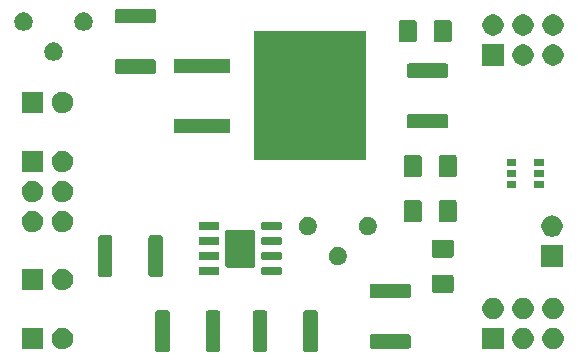
<source format=gts>
G04 #@! TF.GenerationSoftware,KiCad,Pcbnew,5.1.5+dfsg1-2build2*
G04 #@! TF.CreationDate,2021-11-26T12:56:36+03:00*
G04 #@! TF.ProjectId,VoltReg,566f6c74-5265-4672-9e6b-696361645f70,rev?*
G04 #@! TF.SameCoordinates,Original*
G04 #@! TF.FileFunction,Soldermask,Top*
G04 #@! TF.FilePolarity,Negative*
%FSLAX46Y46*%
G04 Gerber Fmt 4.6, Leading zero omitted, Abs format (unit mm)*
G04 Created by KiCad (PCBNEW 5.1.5+dfsg1-2build2) date 2021-11-26 12:56:36*
%MOMM*%
%LPD*%
G04 APERTURE LIST*
%ADD10C,0.100000*%
G04 APERTURE END LIST*
D10*
G36*
X107997307Y-77628498D02*
G01*
X108035318Y-77640029D01*
X108070342Y-77658749D01*
X108101049Y-77683951D01*
X108126251Y-77714658D01*
X108144971Y-77749682D01*
X108156502Y-77787693D01*
X108161000Y-77833363D01*
X108161000Y-80916637D01*
X108156502Y-80962307D01*
X108144971Y-81000318D01*
X108126251Y-81035342D01*
X108101049Y-81066049D01*
X108070342Y-81091251D01*
X108035318Y-81109971D01*
X107997307Y-81121502D01*
X107951637Y-81126000D01*
X107143363Y-81126000D01*
X107097693Y-81121502D01*
X107059682Y-81109971D01*
X107024658Y-81091251D01*
X106993951Y-81066049D01*
X106968749Y-81035342D01*
X106950029Y-81000318D01*
X106938498Y-80962307D01*
X106934000Y-80916637D01*
X106934000Y-77833363D01*
X106938498Y-77787693D01*
X106950029Y-77749682D01*
X106968749Y-77714658D01*
X106993951Y-77683951D01*
X107024658Y-77658749D01*
X107059682Y-77640029D01*
X107097693Y-77628498D01*
X107143363Y-77624000D01*
X107951637Y-77624000D01*
X107997307Y-77628498D01*
G37*
G36*
X99742307Y-77628498D02*
G01*
X99780318Y-77640029D01*
X99815342Y-77658749D01*
X99846049Y-77683951D01*
X99871251Y-77714658D01*
X99889971Y-77749682D01*
X99901502Y-77787693D01*
X99906000Y-77833363D01*
X99906000Y-80916637D01*
X99901502Y-80962307D01*
X99889971Y-81000318D01*
X99871251Y-81035342D01*
X99846049Y-81066049D01*
X99815342Y-81091251D01*
X99780318Y-81109971D01*
X99742307Y-81121502D01*
X99696637Y-81126000D01*
X98888363Y-81126000D01*
X98842693Y-81121502D01*
X98804682Y-81109971D01*
X98769658Y-81091251D01*
X98738951Y-81066049D01*
X98713749Y-81035342D01*
X98695029Y-81000318D01*
X98683498Y-80962307D01*
X98679000Y-80916637D01*
X98679000Y-77833363D01*
X98683498Y-77787693D01*
X98695029Y-77749682D01*
X98713749Y-77714658D01*
X98738951Y-77683951D01*
X98769658Y-77658749D01*
X98804682Y-77640029D01*
X98842693Y-77628498D01*
X98888363Y-77624000D01*
X99696637Y-77624000D01*
X99742307Y-77628498D01*
G37*
G36*
X95467307Y-77628498D02*
G01*
X95505318Y-77640029D01*
X95540342Y-77658749D01*
X95571049Y-77683951D01*
X95596251Y-77714658D01*
X95614971Y-77749682D01*
X95626502Y-77787693D01*
X95631000Y-77833363D01*
X95631000Y-80916637D01*
X95626502Y-80962307D01*
X95614971Y-81000318D01*
X95596251Y-81035342D01*
X95571049Y-81066049D01*
X95540342Y-81091251D01*
X95505318Y-81109971D01*
X95467307Y-81121502D01*
X95421637Y-81126000D01*
X94613363Y-81126000D01*
X94567693Y-81121502D01*
X94529682Y-81109971D01*
X94494658Y-81091251D01*
X94463951Y-81066049D01*
X94438749Y-81035342D01*
X94420029Y-81000318D01*
X94408498Y-80962307D01*
X94404000Y-80916637D01*
X94404000Y-77833363D01*
X94408498Y-77787693D01*
X94420029Y-77749682D01*
X94438749Y-77714658D01*
X94463951Y-77683951D01*
X94494658Y-77658749D01*
X94529682Y-77640029D01*
X94567693Y-77628498D01*
X94613363Y-77624000D01*
X95421637Y-77624000D01*
X95467307Y-77628498D01*
G37*
G36*
X103722307Y-77628498D02*
G01*
X103760318Y-77640029D01*
X103795342Y-77658749D01*
X103826049Y-77683951D01*
X103851251Y-77714658D01*
X103869971Y-77749682D01*
X103881502Y-77787693D01*
X103886000Y-77833363D01*
X103886000Y-80916637D01*
X103881502Y-80962307D01*
X103869971Y-81000318D01*
X103851251Y-81035342D01*
X103826049Y-81066049D01*
X103795342Y-81091251D01*
X103760318Y-81109971D01*
X103722307Y-81121502D01*
X103676637Y-81126000D01*
X102868363Y-81126000D01*
X102822693Y-81121502D01*
X102784682Y-81109971D01*
X102749658Y-81091251D01*
X102718951Y-81066049D01*
X102693749Y-81035342D01*
X102675029Y-81000318D01*
X102663498Y-80962307D01*
X102659000Y-80916637D01*
X102659000Y-77833363D01*
X102663498Y-77787693D01*
X102675029Y-77749682D01*
X102693749Y-77714658D01*
X102718951Y-77683951D01*
X102749658Y-77658749D01*
X102784682Y-77640029D01*
X102822693Y-77628498D01*
X102868363Y-77624000D01*
X103676637Y-77624000D01*
X103722307Y-77628498D01*
G37*
G36*
X123901000Y-80901000D02*
G01*
X122099000Y-80901000D01*
X122099000Y-79099000D01*
X123901000Y-79099000D01*
X123901000Y-80901000D01*
G37*
G36*
X84901000Y-80901000D02*
G01*
X83099000Y-80901000D01*
X83099000Y-79099000D01*
X84901000Y-79099000D01*
X84901000Y-80901000D01*
G37*
G36*
X86653512Y-79103927D02*
G01*
X86802812Y-79133624D01*
X86966784Y-79201544D01*
X87114354Y-79300147D01*
X87239853Y-79425646D01*
X87338456Y-79573216D01*
X87406376Y-79737188D01*
X87441000Y-79911259D01*
X87441000Y-80088741D01*
X87406376Y-80262812D01*
X87338456Y-80426784D01*
X87239853Y-80574354D01*
X87114354Y-80699853D01*
X86966784Y-80798456D01*
X86802812Y-80866376D01*
X86653512Y-80896073D01*
X86628742Y-80901000D01*
X86451258Y-80901000D01*
X86426488Y-80896073D01*
X86277188Y-80866376D01*
X86113216Y-80798456D01*
X85965646Y-80699853D01*
X85840147Y-80574354D01*
X85741544Y-80426784D01*
X85673624Y-80262812D01*
X85639000Y-80088741D01*
X85639000Y-79911259D01*
X85673624Y-79737188D01*
X85741544Y-79573216D01*
X85840147Y-79425646D01*
X85965646Y-79300147D01*
X86113216Y-79201544D01*
X86277188Y-79133624D01*
X86426488Y-79103927D01*
X86451258Y-79099000D01*
X86628742Y-79099000D01*
X86653512Y-79103927D01*
G37*
G36*
X125653512Y-79103927D02*
G01*
X125802812Y-79133624D01*
X125966784Y-79201544D01*
X126114354Y-79300147D01*
X126239853Y-79425646D01*
X126338456Y-79573216D01*
X126406376Y-79737188D01*
X126441000Y-79911259D01*
X126441000Y-80088741D01*
X126406376Y-80262812D01*
X126338456Y-80426784D01*
X126239853Y-80574354D01*
X126114354Y-80699853D01*
X125966784Y-80798456D01*
X125802812Y-80866376D01*
X125653512Y-80896073D01*
X125628742Y-80901000D01*
X125451258Y-80901000D01*
X125426488Y-80896073D01*
X125277188Y-80866376D01*
X125113216Y-80798456D01*
X124965646Y-80699853D01*
X124840147Y-80574354D01*
X124741544Y-80426784D01*
X124673624Y-80262812D01*
X124639000Y-80088741D01*
X124639000Y-79911259D01*
X124673624Y-79737188D01*
X124741544Y-79573216D01*
X124840147Y-79425646D01*
X124965646Y-79300147D01*
X125113216Y-79201544D01*
X125277188Y-79133624D01*
X125426488Y-79103927D01*
X125451258Y-79099000D01*
X125628742Y-79099000D01*
X125653512Y-79103927D01*
G37*
G36*
X128193512Y-79103927D02*
G01*
X128342812Y-79133624D01*
X128506784Y-79201544D01*
X128654354Y-79300147D01*
X128779853Y-79425646D01*
X128878456Y-79573216D01*
X128946376Y-79737188D01*
X128981000Y-79911259D01*
X128981000Y-80088741D01*
X128946376Y-80262812D01*
X128878456Y-80426784D01*
X128779853Y-80574354D01*
X128654354Y-80699853D01*
X128506784Y-80798456D01*
X128342812Y-80866376D01*
X128193512Y-80896073D01*
X128168742Y-80901000D01*
X127991258Y-80901000D01*
X127966488Y-80896073D01*
X127817188Y-80866376D01*
X127653216Y-80798456D01*
X127505646Y-80699853D01*
X127380147Y-80574354D01*
X127281544Y-80426784D01*
X127213624Y-80262812D01*
X127179000Y-80088741D01*
X127179000Y-79911259D01*
X127213624Y-79737188D01*
X127281544Y-79573216D01*
X127380147Y-79425646D01*
X127505646Y-79300147D01*
X127653216Y-79201544D01*
X127817188Y-79133624D01*
X127966488Y-79103927D01*
X127991258Y-79099000D01*
X128168742Y-79099000D01*
X128193512Y-79103927D01*
G37*
G36*
X115887307Y-79633498D02*
G01*
X115925318Y-79645029D01*
X115960342Y-79663749D01*
X115991049Y-79688951D01*
X116016251Y-79719658D01*
X116034971Y-79754682D01*
X116046502Y-79792693D01*
X116051000Y-79838363D01*
X116051000Y-80646637D01*
X116046502Y-80692307D01*
X116034971Y-80730318D01*
X116016251Y-80765342D01*
X115991049Y-80796049D01*
X115960342Y-80821251D01*
X115925318Y-80839971D01*
X115887307Y-80851502D01*
X115841637Y-80856000D01*
X112758363Y-80856000D01*
X112712693Y-80851502D01*
X112674682Y-80839971D01*
X112639658Y-80821251D01*
X112608951Y-80796049D01*
X112583749Y-80765342D01*
X112565029Y-80730318D01*
X112553498Y-80692307D01*
X112549000Y-80646637D01*
X112549000Y-79838363D01*
X112553498Y-79792693D01*
X112565029Y-79754682D01*
X112583749Y-79719658D01*
X112608951Y-79688951D01*
X112639658Y-79663749D01*
X112674682Y-79645029D01*
X112712693Y-79633498D01*
X112758363Y-79629000D01*
X115841637Y-79629000D01*
X115887307Y-79633498D01*
G37*
G36*
X123113512Y-76563927D02*
G01*
X123262812Y-76593624D01*
X123426784Y-76661544D01*
X123574354Y-76760147D01*
X123699853Y-76885646D01*
X123798456Y-77033216D01*
X123866376Y-77197188D01*
X123901000Y-77371259D01*
X123901000Y-77548741D01*
X123866376Y-77722812D01*
X123798456Y-77886784D01*
X123699853Y-78034354D01*
X123574354Y-78159853D01*
X123426784Y-78258456D01*
X123262812Y-78326376D01*
X123113512Y-78356073D01*
X123088742Y-78361000D01*
X122911258Y-78361000D01*
X122886488Y-78356073D01*
X122737188Y-78326376D01*
X122573216Y-78258456D01*
X122425646Y-78159853D01*
X122300147Y-78034354D01*
X122201544Y-77886784D01*
X122133624Y-77722812D01*
X122099000Y-77548741D01*
X122099000Y-77371259D01*
X122133624Y-77197188D01*
X122201544Y-77033216D01*
X122300147Y-76885646D01*
X122425646Y-76760147D01*
X122573216Y-76661544D01*
X122737188Y-76593624D01*
X122886488Y-76563927D01*
X122911258Y-76559000D01*
X123088742Y-76559000D01*
X123113512Y-76563927D01*
G37*
G36*
X125653512Y-76563927D02*
G01*
X125802812Y-76593624D01*
X125966784Y-76661544D01*
X126114354Y-76760147D01*
X126239853Y-76885646D01*
X126338456Y-77033216D01*
X126406376Y-77197188D01*
X126441000Y-77371259D01*
X126441000Y-77548741D01*
X126406376Y-77722812D01*
X126338456Y-77886784D01*
X126239853Y-78034354D01*
X126114354Y-78159853D01*
X125966784Y-78258456D01*
X125802812Y-78326376D01*
X125653512Y-78356073D01*
X125628742Y-78361000D01*
X125451258Y-78361000D01*
X125426488Y-78356073D01*
X125277188Y-78326376D01*
X125113216Y-78258456D01*
X124965646Y-78159853D01*
X124840147Y-78034354D01*
X124741544Y-77886784D01*
X124673624Y-77722812D01*
X124639000Y-77548741D01*
X124639000Y-77371259D01*
X124673624Y-77197188D01*
X124741544Y-77033216D01*
X124840147Y-76885646D01*
X124965646Y-76760147D01*
X125113216Y-76661544D01*
X125277188Y-76593624D01*
X125426488Y-76563927D01*
X125451258Y-76559000D01*
X125628742Y-76559000D01*
X125653512Y-76563927D01*
G37*
G36*
X128193512Y-76563927D02*
G01*
X128342812Y-76593624D01*
X128506784Y-76661544D01*
X128654354Y-76760147D01*
X128779853Y-76885646D01*
X128878456Y-77033216D01*
X128946376Y-77197188D01*
X128981000Y-77371259D01*
X128981000Y-77548741D01*
X128946376Y-77722812D01*
X128878456Y-77886784D01*
X128779853Y-78034354D01*
X128654354Y-78159853D01*
X128506784Y-78258456D01*
X128342812Y-78326376D01*
X128193512Y-78356073D01*
X128168742Y-78361000D01*
X127991258Y-78361000D01*
X127966488Y-78356073D01*
X127817188Y-78326376D01*
X127653216Y-78258456D01*
X127505646Y-78159853D01*
X127380147Y-78034354D01*
X127281544Y-77886784D01*
X127213624Y-77722812D01*
X127179000Y-77548741D01*
X127179000Y-77371259D01*
X127213624Y-77197188D01*
X127281544Y-77033216D01*
X127380147Y-76885646D01*
X127505646Y-76760147D01*
X127653216Y-76661544D01*
X127817188Y-76593624D01*
X127966488Y-76563927D01*
X127991258Y-76559000D01*
X128168742Y-76559000D01*
X128193512Y-76563927D01*
G37*
G36*
X115887307Y-75358498D02*
G01*
X115925318Y-75370029D01*
X115960342Y-75388749D01*
X115991049Y-75413951D01*
X116016251Y-75444658D01*
X116034971Y-75479682D01*
X116046502Y-75517693D01*
X116051000Y-75563363D01*
X116051000Y-76371637D01*
X116046502Y-76417307D01*
X116034971Y-76455318D01*
X116016251Y-76490342D01*
X115991049Y-76521049D01*
X115960342Y-76546251D01*
X115925318Y-76564971D01*
X115887307Y-76576502D01*
X115841637Y-76581000D01*
X112758363Y-76581000D01*
X112712693Y-76576502D01*
X112674682Y-76564971D01*
X112639658Y-76546251D01*
X112608951Y-76521049D01*
X112583749Y-76490342D01*
X112565029Y-76455318D01*
X112553498Y-76417307D01*
X112549000Y-76371637D01*
X112549000Y-75563363D01*
X112553498Y-75517693D01*
X112565029Y-75479682D01*
X112583749Y-75444658D01*
X112608951Y-75413951D01*
X112639658Y-75388749D01*
X112674682Y-75370029D01*
X112712693Y-75358498D01*
X112758363Y-75354000D01*
X115841637Y-75354000D01*
X115887307Y-75358498D01*
G37*
G36*
X119520562Y-74605681D02*
G01*
X119555481Y-74616274D01*
X119587663Y-74633476D01*
X119615873Y-74656627D01*
X119639024Y-74684837D01*
X119656226Y-74717019D01*
X119666819Y-74751938D01*
X119671000Y-74794395D01*
X119671000Y-75935605D01*
X119666819Y-75978062D01*
X119656226Y-76012981D01*
X119639024Y-76045163D01*
X119615873Y-76073373D01*
X119587663Y-76096524D01*
X119555481Y-76113726D01*
X119520562Y-76124319D01*
X119478105Y-76128500D01*
X118011895Y-76128500D01*
X117969438Y-76124319D01*
X117934519Y-76113726D01*
X117902337Y-76096524D01*
X117874127Y-76073373D01*
X117850976Y-76045163D01*
X117833774Y-76012981D01*
X117823181Y-75978062D01*
X117819000Y-75935605D01*
X117819000Y-74794395D01*
X117823181Y-74751938D01*
X117833774Y-74717019D01*
X117850976Y-74684837D01*
X117874127Y-74656627D01*
X117902337Y-74633476D01*
X117934519Y-74616274D01*
X117969438Y-74605681D01*
X118011895Y-74601500D01*
X119478105Y-74601500D01*
X119520562Y-74605681D01*
G37*
G36*
X84901000Y-75901000D02*
G01*
X83099000Y-75901000D01*
X83099000Y-74099000D01*
X84901000Y-74099000D01*
X84901000Y-75901000D01*
G37*
G36*
X86653512Y-74103927D02*
G01*
X86802812Y-74133624D01*
X86966784Y-74201544D01*
X87114354Y-74300147D01*
X87239853Y-74425646D01*
X87338456Y-74573216D01*
X87406376Y-74737188D01*
X87441000Y-74911259D01*
X87441000Y-75088741D01*
X87406376Y-75262812D01*
X87338456Y-75426784D01*
X87239853Y-75574354D01*
X87114354Y-75699853D01*
X86966784Y-75798456D01*
X86802812Y-75866376D01*
X86653512Y-75896073D01*
X86628742Y-75901000D01*
X86451258Y-75901000D01*
X86426488Y-75896073D01*
X86277188Y-75866376D01*
X86113216Y-75798456D01*
X85965646Y-75699853D01*
X85840147Y-75574354D01*
X85741544Y-75426784D01*
X85673624Y-75262812D01*
X85639000Y-75088741D01*
X85639000Y-74911259D01*
X85673624Y-74737188D01*
X85741544Y-74573216D01*
X85840147Y-74425646D01*
X85965646Y-74300147D01*
X86113216Y-74201544D01*
X86277188Y-74133624D01*
X86426488Y-74103927D01*
X86451258Y-74099000D01*
X86628742Y-74099000D01*
X86653512Y-74103927D01*
G37*
G36*
X90619807Y-71278498D02*
G01*
X90657818Y-71290029D01*
X90692842Y-71308749D01*
X90723549Y-71333951D01*
X90748751Y-71364658D01*
X90767471Y-71399682D01*
X90779002Y-71437693D01*
X90783500Y-71483363D01*
X90783500Y-74566637D01*
X90779002Y-74612307D01*
X90767471Y-74650318D01*
X90748751Y-74685342D01*
X90723549Y-74716049D01*
X90692842Y-74741251D01*
X90657818Y-74759971D01*
X90619807Y-74771502D01*
X90574137Y-74776000D01*
X89765863Y-74776000D01*
X89720193Y-74771502D01*
X89682182Y-74759971D01*
X89647158Y-74741251D01*
X89616451Y-74716049D01*
X89591249Y-74685342D01*
X89572529Y-74650318D01*
X89560998Y-74612307D01*
X89556500Y-74566637D01*
X89556500Y-71483363D01*
X89560998Y-71437693D01*
X89572529Y-71399682D01*
X89591249Y-71364658D01*
X89616451Y-71333951D01*
X89647158Y-71308749D01*
X89682182Y-71290029D01*
X89720193Y-71278498D01*
X89765863Y-71274000D01*
X90574137Y-71274000D01*
X90619807Y-71278498D01*
G37*
G36*
X94894807Y-71278498D02*
G01*
X94932818Y-71290029D01*
X94967842Y-71308749D01*
X94998549Y-71333951D01*
X95023751Y-71364658D01*
X95042471Y-71399682D01*
X95054002Y-71437693D01*
X95058500Y-71483363D01*
X95058500Y-74566637D01*
X95054002Y-74612307D01*
X95042471Y-74650318D01*
X95023751Y-74685342D01*
X94998549Y-74716049D01*
X94967842Y-74741251D01*
X94932818Y-74759971D01*
X94894807Y-74771502D01*
X94849137Y-74776000D01*
X94040863Y-74776000D01*
X93995193Y-74771502D01*
X93957182Y-74759971D01*
X93922158Y-74741251D01*
X93891451Y-74716049D01*
X93866249Y-74685342D01*
X93847529Y-74650318D01*
X93835998Y-74612307D01*
X93831500Y-74566637D01*
X93831500Y-71483363D01*
X93835998Y-71437693D01*
X93847529Y-71399682D01*
X93866249Y-71364658D01*
X93891451Y-71333951D01*
X93922158Y-71308749D01*
X93957182Y-71290029D01*
X93995193Y-71278498D01*
X94040863Y-71274000D01*
X94849137Y-71274000D01*
X94894807Y-71278498D01*
G37*
G36*
X105009928Y-73946764D02*
G01*
X105031009Y-73953160D01*
X105050445Y-73963548D01*
X105067476Y-73977524D01*
X105081452Y-73994555D01*
X105091840Y-74013991D01*
X105098236Y-74035072D01*
X105101000Y-74063140D01*
X105101000Y-74526860D01*
X105098236Y-74554928D01*
X105091840Y-74576009D01*
X105081452Y-74595445D01*
X105067476Y-74612476D01*
X105050445Y-74626452D01*
X105031009Y-74636840D01*
X105009928Y-74643236D01*
X104981860Y-74646000D01*
X103518140Y-74646000D01*
X103490072Y-74643236D01*
X103468991Y-74636840D01*
X103449555Y-74626452D01*
X103432524Y-74612476D01*
X103418548Y-74595445D01*
X103408160Y-74576009D01*
X103401764Y-74554928D01*
X103399000Y-74526860D01*
X103399000Y-74063140D01*
X103401764Y-74035072D01*
X103408160Y-74013991D01*
X103418548Y-73994555D01*
X103432524Y-73977524D01*
X103449555Y-73963548D01*
X103468991Y-73953160D01*
X103490072Y-73946764D01*
X103518140Y-73944000D01*
X104981860Y-73944000D01*
X105009928Y-73946764D01*
G37*
G36*
X99709928Y-73946764D02*
G01*
X99731009Y-73953160D01*
X99750445Y-73963548D01*
X99767476Y-73977524D01*
X99781452Y-73994555D01*
X99791840Y-74013991D01*
X99798236Y-74035072D01*
X99801000Y-74063140D01*
X99801000Y-74526860D01*
X99798236Y-74554928D01*
X99791840Y-74576009D01*
X99781452Y-74595445D01*
X99767476Y-74612476D01*
X99750445Y-74626452D01*
X99731009Y-74636840D01*
X99709928Y-74643236D01*
X99681860Y-74646000D01*
X98218140Y-74646000D01*
X98190072Y-74643236D01*
X98168991Y-74636840D01*
X98149555Y-74626452D01*
X98132524Y-74612476D01*
X98118548Y-74595445D01*
X98108160Y-74576009D01*
X98101764Y-74554928D01*
X98099000Y-74526860D01*
X98099000Y-74063140D01*
X98101764Y-74035072D01*
X98108160Y-74013991D01*
X98118548Y-73994555D01*
X98132524Y-73977524D01*
X98149555Y-73963548D01*
X98168991Y-73953160D01*
X98190072Y-73946764D01*
X98218140Y-73944000D01*
X99681860Y-73944000D01*
X99709928Y-73946764D01*
G37*
G36*
X102725285Y-70792710D02*
G01*
X102755611Y-70801909D01*
X102783557Y-70816847D01*
X102808051Y-70836949D01*
X102828153Y-70861443D01*
X102843091Y-70889389D01*
X102852290Y-70919715D01*
X102856000Y-70957386D01*
X102856000Y-73822614D01*
X102852290Y-73860285D01*
X102843091Y-73890611D01*
X102828153Y-73918557D01*
X102808051Y-73943051D01*
X102783557Y-73963153D01*
X102755611Y-73978091D01*
X102725285Y-73987290D01*
X102687614Y-73991000D01*
X100512386Y-73991000D01*
X100474715Y-73987290D01*
X100444389Y-73978091D01*
X100416443Y-73963153D01*
X100391949Y-73943051D01*
X100371847Y-73918557D01*
X100356909Y-73890611D01*
X100347710Y-73860285D01*
X100344000Y-73822614D01*
X100344000Y-70957386D01*
X100347710Y-70919715D01*
X100356909Y-70889389D01*
X100371847Y-70861443D01*
X100391949Y-70836949D01*
X100416443Y-70816847D01*
X100444389Y-70801909D01*
X100474715Y-70792710D01*
X100512386Y-70789000D01*
X102687614Y-70789000D01*
X102725285Y-70792710D01*
G37*
G36*
X128901000Y-73926000D02*
G01*
X127099000Y-73926000D01*
X127099000Y-72124000D01*
X128901000Y-72124000D01*
X128901000Y-73926000D01*
G37*
G36*
X109980589Y-72263876D02*
G01*
X110079893Y-72283629D01*
X110220206Y-72341748D01*
X110346484Y-72426125D01*
X110453875Y-72533516D01*
X110538252Y-72659794D01*
X110596371Y-72800107D01*
X110616124Y-72899411D01*
X110623774Y-72937869D01*
X110626000Y-72949063D01*
X110626000Y-73100937D01*
X110596371Y-73249893D01*
X110538252Y-73390206D01*
X110453875Y-73516484D01*
X110346484Y-73623875D01*
X110220206Y-73708252D01*
X110079893Y-73766371D01*
X110007760Y-73780719D01*
X109930938Y-73796000D01*
X109779062Y-73796000D01*
X109702240Y-73780719D01*
X109630107Y-73766371D01*
X109489794Y-73708252D01*
X109363516Y-73623875D01*
X109256125Y-73516484D01*
X109171748Y-73390206D01*
X109113629Y-73249893D01*
X109084000Y-73100937D01*
X109084000Y-72949063D01*
X109086227Y-72937869D01*
X109093876Y-72899411D01*
X109113629Y-72800107D01*
X109171748Y-72659794D01*
X109256125Y-72533516D01*
X109363516Y-72426125D01*
X109489794Y-72341748D01*
X109630107Y-72283629D01*
X109729411Y-72263876D01*
X109779062Y-72254000D01*
X109930938Y-72254000D01*
X109980589Y-72263876D01*
G37*
G36*
X105009928Y-72676764D02*
G01*
X105031009Y-72683160D01*
X105050445Y-72693548D01*
X105067476Y-72707524D01*
X105081452Y-72724555D01*
X105091840Y-72743991D01*
X105098236Y-72765072D01*
X105101000Y-72793140D01*
X105101000Y-73256860D01*
X105098236Y-73284928D01*
X105091840Y-73306009D01*
X105081452Y-73325445D01*
X105067476Y-73342476D01*
X105050445Y-73356452D01*
X105031009Y-73366840D01*
X105009928Y-73373236D01*
X104981860Y-73376000D01*
X103518140Y-73376000D01*
X103490072Y-73373236D01*
X103468991Y-73366840D01*
X103449555Y-73356452D01*
X103432524Y-73342476D01*
X103418548Y-73325445D01*
X103408160Y-73306009D01*
X103401764Y-73284928D01*
X103399000Y-73256860D01*
X103399000Y-72793140D01*
X103401764Y-72765072D01*
X103408160Y-72743991D01*
X103418548Y-72724555D01*
X103432524Y-72707524D01*
X103449555Y-72693548D01*
X103468991Y-72683160D01*
X103490072Y-72676764D01*
X103518140Y-72674000D01*
X104981860Y-72674000D01*
X105009928Y-72676764D01*
G37*
G36*
X99709928Y-72676764D02*
G01*
X99731009Y-72683160D01*
X99750445Y-72693548D01*
X99767476Y-72707524D01*
X99781452Y-72724555D01*
X99791840Y-72743991D01*
X99798236Y-72765072D01*
X99801000Y-72793140D01*
X99801000Y-73256860D01*
X99798236Y-73284928D01*
X99791840Y-73306009D01*
X99781452Y-73325445D01*
X99767476Y-73342476D01*
X99750445Y-73356452D01*
X99731009Y-73366840D01*
X99709928Y-73373236D01*
X99681860Y-73376000D01*
X98218140Y-73376000D01*
X98190072Y-73373236D01*
X98168991Y-73366840D01*
X98149555Y-73356452D01*
X98132524Y-73342476D01*
X98118548Y-73325445D01*
X98108160Y-73306009D01*
X98101764Y-73284928D01*
X98099000Y-73256860D01*
X98099000Y-72793140D01*
X98101764Y-72765072D01*
X98108160Y-72743991D01*
X98118548Y-72724555D01*
X98132524Y-72707524D01*
X98149555Y-72693548D01*
X98168991Y-72683160D01*
X98190072Y-72676764D01*
X98218140Y-72674000D01*
X99681860Y-72674000D01*
X99709928Y-72676764D01*
G37*
G36*
X119520562Y-71630681D02*
G01*
X119555481Y-71641274D01*
X119587663Y-71658476D01*
X119615873Y-71681627D01*
X119639024Y-71709837D01*
X119656226Y-71742019D01*
X119666819Y-71776938D01*
X119671000Y-71819395D01*
X119671000Y-72960605D01*
X119666819Y-73003062D01*
X119656226Y-73037981D01*
X119639024Y-73070163D01*
X119615873Y-73098373D01*
X119587663Y-73121524D01*
X119555481Y-73138726D01*
X119520562Y-73149319D01*
X119478105Y-73153500D01*
X118011895Y-73153500D01*
X117969438Y-73149319D01*
X117934519Y-73138726D01*
X117902337Y-73121524D01*
X117874127Y-73098373D01*
X117850976Y-73070163D01*
X117833774Y-73037981D01*
X117823181Y-73003062D01*
X117819000Y-72960605D01*
X117819000Y-71819395D01*
X117823181Y-71776938D01*
X117833774Y-71742019D01*
X117850976Y-71709837D01*
X117874127Y-71681627D01*
X117902337Y-71658476D01*
X117934519Y-71641274D01*
X117969438Y-71630681D01*
X118011895Y-71626500D01*
X119478105Y-71626500D01*
X119520562Y-71630681D01*
G37*
G36*
X105009928Y-71406764D02*
G01*
X105031009Y-71413160D01*
X105050445Y-71423548D01*
X105067476Y-71437524D01*
X105081452Y-71454555D01*
X105091840Y-71473991D01*
X105098236Y-71495072D01*
X105101000Y-71523140D01*
X105101000Y-71986860D01*
X105098236Y-72014928D01*
X105091840Y-72036009D01*
X105081452Y-72055445D01*
X105067476Y-72072476D01*
X105050445Y-72086452D01*
X105031009Y-72096840D01*
X105009928Y-72103236D01*
X104981860Y-72106000D01*
X103518140Y-72106000D01*
X103490072Y-72103236D01*
X103468991Y-72096840D01*
X103449555Y-72086452D01*
X103432524Y-72072476D01*
X103418548Y-72055445D01*
X103408160Y-72036009D01*
X103401764Y-72014928D01*
X103399000Y-71986860D01*
X103399000Y-71523140D01*
X103401764Y-71495072D01*
X103408160Y-71473991D01*
X103418548Y-71454555D01*
X103432524Y-71437524D01*
X103449555Y-71423548D01*
X103468991Y-71413160D01*
X103490072Y-71406764D01*
X103518140Y-71404000D01*
X104981860Y-71404000D01*
X105009928Y-71406764D01*
G37*
G36*
X99709928Y-71406764D02*
G01*
X99731009Y-71413160D01*
X99750445Y-71423548D01*
X99767476Y-71437524D01*
X99781452Y-71454555D01*
X99791840Y-71473991D01*
X99798236Y-71495072D01*
X99801000Y-71523140D01*
X99801000Y-71986860D01*
X99798236Y-72014928D01*
X99791840Y-72036009D01*
X99781452Y-72055445D01*
X99767476Y-72072476D01*
X99750445Y-72086452D01*
X99731009Y-72096840D01*
X99709928Y-72103236D01*
X99681860Y-72106000D01*
X98218140Y-72106000D01*
X98190072Y-72103236D01*
X98168991Y-72096840D01*
X98149555Y-72086452D01*
X98132524Y-72072476D01*
X98118548Y-72055445D01*
X98108160Y-72036009D01*
X98101764Y-72014928D01*
X98099000Y-71986860D01*
X98099000Y-71523140D01*
X98101764Y-71495072D01*
X98108160Y-71473991D01*
X98118548Y-71454555D01*
X98132524Y-71437524D01*
X98149555Y-71423548D01*
X98168991Y-71413160D01*
X98190072Y-71406764D01*
X98218140Y-71404000D01*
X99681860Y-71404000D01*
X99709928Y-71406764D01*
G37*
G36*
X128113512Y-69588927D02*
G01*
X128262812Y-69618624D01*
X128426784Y-69686544D01*
X128574354Y-69785147D01*
X128699853Y-69910646D01*
X128798456Y-70058216D01*
X128866376Y-70222188D01*
X128901000Y-70396259D01*
X128901000Y-70573741D01*
X128866376Y-70747812D01*
X128798456Y-70911784D01*
X128699853Y-71059354D01*
X128574354Y-71184853D01*
X128426784Y-71283456D01*
X128262812Y-71351376D01*
X128113512Y-71381073D01*
X128088742Y-71386000D01*
X127911258Y-71386000D01*
X127886488Y-71381073D01*
X127737188Y-71351376D01*
X127573216Y-71283456D01*
X127425646Y-71184853D01*
X127300147Y-71059354D01*
X127201544Y-70911784D01*
X127133624Y-70747812D01*
X127099000Y-70573741D01*
X127099000Y-70396259D01*
X127133624Y-70222188D01*
X127201544Y-70058216D01*
X127300147Y-69910646D01*
X127425646Y-69785147D01*
X127573216Y-69686544D01*
X127737188Y-69618624D01*
X127886488Y-69588927D01*
X127911258Y-69584000D01*
X128088742Y-69584000D01*
X128113512Y-69588927D01*
G37*
G36*
X112520589Y-69723876D02*
G01*
X112619893Y-69743629D01*
X112760206Y-69801748D01*
X112886484Y-69886125D01*
X112993875Y-69993516D01*
X113078252Y-70119794D01*
X113136371Y-70260107D01*
X113166000Y-70409063D01*
X113166000Y-70560937D01*
X113136371Y-70709893D01*
X113078252Y-70850206D01*
X112993875Y-70976484D01*
X112886484Y-71083875D01*
X112760206Y-71168252D01*
X112619893Y-71226371D01*
X112520589Y-71246124D01*
X112470938Y-71256000D01*
X112319062Y-71256000D01*
X112269411Y-71246124D01*
X112170107Y-71226371D01*
X112029794Y-71168252D01*
X111903516Y-71083875D01*
X111796125Y-70976484D01*
X111711748Y-70850206D01*
X111653629Y-70709893D01*
X111624000Y-70560937D01*
X111624000Y-70409063D01*
X111653629Y-70260107D01*
X111711748Y-70119794D01*
X111796125Y-69993516D01*
X111903516Y-69886125D01*
X112029794Y-69801748D01*
X112170107Y-69743629D01*
X112269411Y-69723876D01*
X112319062Y-69714000D01*
X112470938Y-69714000D01*
X112520589Y-69723876D01*
G37*
G36*
X107440589Y-69723876D02*
G01*
X107539893Y-69743629D01*
X107680206Y-69801748D01*
X107806484Y-69886125D01*
X107913875Y-69993516D01*
X107998252Y-70119794D01*
X108056371Y-70260107D01*
X108086000Y-70409063D01*
X108086000Y-70560937D01*
X108056371Y-70709893D01*
X107998252Y-70850206D01*
X107913875Y-70976484D01*
X107806484Y-71083875D01*
X107680206Y-71168252D01*
X107539893Y-71226371D01*
X107440589Y-71246124D01*
X107390938Y-71256000D01*
X107239062Y-71256000D01*
X107189411Y-71246124D01*
X107090107Y-71226371D01*
X106949794Y-71168252D01*
X106823516Y-71083875D01*
X106716125Y-70976484D01*
X106631748Y-70850206D01*
X106573629Y-70709893D01*
X106544000Y-70560937D01*
X106544000Y-70409063D01*
X106573629Y-70260107D01*
X106631748Y-70119794D01*
X106716125Y-69993516D01*
X106823516Y-69886125D01*
X106949794Y-69801748D01*
X107090107Y-69743629D01*
X107189411Y-69723876D01*
X107239062Y-69714000D01*
X107390938Y-69714000D01*
X107440589Y-69723876D01*
G37*
G36*
X84113512Y-69183927D02*
G01*
X84262812Y-69213624D01*
X84426784Y-69281544D01*
X84574354Y-69380147D01*
X84699853Y-69505646D01*
X84798456Y-69653216D01*
X84866376Y-69817188D01*
X84887894Y-69925369D01*
X84901000Y-69991258D01*
X84901000Y-70168742D01*
X84897686Y-70185403D01*
X84866376Y-70342812D01*
X84798456Y-70506784D01*
X84699853Y-70654354D01*
X84574354Y-70779853D01*
X84426784Y-70878456D01*
X84262812Y-70946376D01*
X84113512Y-70976073D01*
X84088742Y-70981000D01*
X83911258Y-70981000D01*
X83886488Y-70976073D01*
X83737188Y-70946376D01*
X83573216Y-70878456D01*
X83425646Y-70779853D01*
X83300147Y-70654354D01*
X83201544Y-70506784D01*
X83133624Y-70342812D01*
X83102314Y-70185403D01*
X83099000Y-70168742D01*
X83099000Y-69991258D01*
X83112106Y-69925369D01*
X83133624Y-69817188D01*
X83201544Y-69653216D01*
X83300147Y-69505646D01*
X83425646Y-69380147D01*
X83573216Y-69281544D01*
X83737188Y-69213624D01*
X83886488Y-69183927D01*
X83911258Y-69179000D01*
X84088742Y-69179000D01*
X84113512Y-69183927D01*
G37*
G36*
X86653512Y-69183927D02*
G01*
X86802812Y-69213624D01*
X86966784Y-69281544D01*
X87114354Y-69380147D01*
X87239853Y-69505646D01*
X87338456Y-69653216D01*
X87406376Y-69817188D01*
X87427894Y-69925369D01*
X87441000Y-69991258D01*
X87441000Y-70168742D01*
X87437686Y-70185403D01*
X87406376Y-70342812D01*
X87338456Y-70506784D01*
X87239853Y-70654354D01*
X87114354Y-70779853D01*
X86966784Y-70878456D01*
X86802812Y-70946376D01*
X86653512Y-70976073D01*
X86628742Y-70981000D01*
X86451258Y-70981000D01*
X86426488Y-70976073D01*
X86277188Y-70946376D01*
X86113216Y-70878456D01*
X85965646Y-70779853D01*
X85840147Y-70654354D01*
X85741544Y-70506784D01*
X85673624Y-70342812D01*
X85642314Y-70185403D01*
X85639000Y-70168742D01*
X85639000Y-69991258D01*
X85652106Y-69925369D01*
X85673624Y-69817188D01*
X85741544Y-69653216D01*
X85840147Y-69505646D01*
X85965646Y-69380147D01*
X86113216Y-69281544D01*
X86277188Y-69213624D01*
X86426488Y-69183927D01*
X86451258Y-69179000D01*
X86628742Y-69179000D01*
X86653512Y-69183927D01*
G37*
G36*
X99709928Y-70136764D02*
G01*
X99731009Y-70143160D01*
X99750445Y-70153548D01*
X99767476Y-70167524D01*
X99781452Y-70184555D01*
X99791840Y-70203991D01*
X99798236Y-70225072D01*
X99801000Y-70253140D01*
X99801000Y-70716860D01*
X99798236Y-70744928D01*
X99791840Y-70766009D01*
X99781452Y-70785445D01*
X99767476Y-70802476D01*
X99750445Y-70816452D01*
X99731009Y-70826840D01*
X99709928Y-70833236D01*
X99681860Y-70836000D01*
X98218140Y-70836000D01*
X98190072Y-70833236D01*
X98168991Y-70826840D01*
X98149555Y-70816452D01*
X98132524Y-70802476D01*
X98118548Y-70785445D01*
X98108160Y-70766009D01*
X98101764Y-70744928D01*
X98099000Y-70716860D01*
X98099000Y-70253140D01*
X98101764Y-70225072D01*
X98108160Y-70203991D01*
X98118548Y-70184555D01*
X98132524Y-70167524D01*
X98149555Y-70153548D01*
X98168991Y-70143160D01*
X98190072Y-70136764D01*
X98218140Y-70134000D01*
X99681860Y-70134000D01*
X99709928Y-70136764D01*
G37*
G36*
X105009928Y-70136764D02*
G01*
X105031009Y-70143160D01*
X105050445Y-70153548D01*
X105067476Y-70167524D01*
X105081452Y-70184555D01*
X105091840Y-70203991D01*
X105098236Y-70225072D01*
X105101000Y-70253140D01*
X105101000Y-70716860D01*
X105098236Y-70744928D01*
X105091840Y-70766009D01*
X105081452Y-70785445D01*
X105067476Y-70802476D01*
X105050445Y-70816452D01*
X105031009Y-70826840D01*
X105009928Y-70833236D01*
X104981860Y-70836000D01*
X103518140Y-70836000D01*
X103490072Y-70833236D01*
X103468991Y-70826840D01*
X103449555Y-70816452D01*
X103432524Y-70802476D01*
X103418548Y-70785445D01*
X103408160Y-70766009D01*
X103401764Y-70744928D01*
X103399000Y-70716860D01*
X103399000Y-70253140D01*
X103401764Y-70225072D01*
X103408160Y-70203991D01*
X103418548Y-70184555D01*
X103432524Y-70167524D01*
X103449555Y-70153548D01*
X103468991Y-70143160D01*
X103490072Y-70136764D01*
X103518140Y-70134000D01*
X104981860Y-70134000D01*
X105009928Y-70136764D01*
G37*
G36*
X116818062Y-68293181D02*
G01*
X116852981Y-68303774D01*
X116885163Y-68320976D01*
X116913373Y-68344127D01*
X116936524Y-68372337D01*
X116953726Y-68404519D01*
X116964319Y-68439438D01*
X116968500Y-68481895D01*
X116968500Y-69948105D01*
X116964319Y-69990562D01*
X116953726Y-70025481D01*
X116936524Y-70057663D01*
X116913373Y-70085873D01*
X116885163Y-70109024D01*
X116852981Y-70126226D01*
X116818062Y-70136819D01*
X116775605Y-70141000D01*
X115634395Y-70141000D01*
X115591938Y-70136819D01*
X115557019Y-70126226D01*
X115524837Y-70109024D01*
X115496627Y-70085873D01*
X115473476Y-70057663D01*
X115456274Y-70025481D01*
X115445681Y-69990562D01*
X115441500Y-69948105D01*
X115441500Y-68481895D01*
X115445681Y-68439438D01*
X115456274Y-68404519D01*
X115473476Y-68372337D01*
X115496627Y-68344127D01*
X115524837Y-68320976D01*
X115557019Y-68303774D01*
X115591938Y-68293181D01*
X115634395Y-68289000D01*
X116775605Y-68289000D01*
X116818062Y-68293181D01*
G37*
G36*
X119793062Y-68293181D02*
G01*
X119827981Y-68303774D01*
X119860163Y-68320976D01*
X119888373Y-68344127D01*
X119911524Y-68372337D01*
X119928726Y-68404519D01*
X119939319Y-68439438D01*
X119943500Y-68481895D01*
X119943500Y-69948105D01*
X119939319Y-69990562D01*
X119928726Y-70025481D01*
X119911524Y-70057663D01*
X119888373Y-70085873D01*
X119860163Y-70109024D01*
X119827981Y-70126226D01*
X119793062Y-70136819D01*
X119750605Y-70141000D01*
X118609395Y-70141000D01*
X118566938Y-70136819D01*
X118532019Y-70126226D01*
X118499837Y-70109024D01*
X118471627Y-70085873D01*
X118448476Y-70057663D01*
X118431274Y-70025481D01*
X118420681Y-69990562D01*
X118416500Y-69948105D01*
X118416500Y-68481895D01*
X118420681Y-68439438D01*
X118431274Y-68404519D01*
X118448476Y-68372337D01*
X118471627Y-68344127D01*
X118499837Y-68320976D01*
X118532019Y-68303774D01*
X118566938Y-68293181D01*
X118609395Y-68289000D01*
X119750605Y-68289000D01*
X119793062Y-68293181D01*
G37*
G36*
X86653512Y-66643927D02*
G01*
X86802812Y-66673624D01*
X86966784Y-66741544D01*
X87114354Y-66840147D01*
X87239853Y-66965646D01*
X87338456Y-67113216D01*
X87406376Y-67277188D01*
X87441000Y-67451259D01*
X87441000Y-67628741D01*
X87406376Y-67802812D01*
X87338456Y-67966784D01*
X87239853Y-68114354D01*
X87114354Y-68239853D01*
X86966784Y-68338456D01*
X86802812Y-68406376D01*
X86653512Y-68436073D01*
X86628742Y-68441000D01*
X86451258Y-68441000D01*
X86426488Y-68436073D01*
X86277188Y-68406376D01*
X86113216Y-68338456D01*
X85965646Y-68239853D01*
X85840147Y-68114354D01*
X85741544Y-67966784D01*
X85673624Y-67802812D01*
X85639000Y-67628741D01*
X85639000Y-67451259D01*
X85673624Y-67277188D01*
X85741544Y-67113216D01*
X85840147Y-66965646D01*
X85965646Y-66840147D01*
X86113216Y-66741544D01*
X86277188Y-66673624D01*
X86426488Y-66643927D01*
X86451258Y-66639000D01*
X86628742Y-66639000D01*
X86653512Y-66643927D01*
G37*
G36*
X84113512Y-66643927D02*
G01*
X84262812Y-66673624D01*
X84426784Y-66741544D01*
X84574354Y-66840147D01*
X84699853Y-66965646D01*
X84798456Y-67113216D01*
X84866376Y-67277188D01*
X84901000Y-67451259D01*
X84901000Y-67628741D01*
X84866376Y-67802812D01*
X84798456Y-67966784D01*
X84699853Y-68114354D01*
X84574354Y-68239853D01*
X84426784Y-68338456D01*
X84262812Y-68406376D01*
X84113512Y-68436073D01*
X84088742Y-68441000D01*
X83911258Y-68441000D01*
X83886488Y-68436073D01*
X83737188Y-68406376D01*
X83573216Y-68338456D01*
X83425646Y-68239853D01*
X83300147Y-68114354D01*
X83201544Y-67966784D01*
X83133624Y-67802812D01*
X83099000Y-67628741D01*
X83099000Y-67451259D01*
X83133624Y-67277188D01*
X83201544Y-67113216D01*
X83300147Y-66965646D01*
X83425646Y-66840147D01*
X83573216Y-66741544D01*
X83737188Y-66673624D01*
X83886488Y-66643927D01*
X83911258Y-66639000D01*
X84088742Y-66639000D01*
X84113512Y-66643927D01*
G37*
G36*
X124971000Y-67296000D02*
G01*
X124169000Y-67296000D01*
X124169000Y-66684000D01*
X124971000Y-66684000D01*
X124971000Y-67296000D01*
G37*
G36*
X127291000Y-67296000D02*
G01*
X126489000Y-67296000D01*
X126489000Y-66684000D01*
X127291000Y-66684000D01*
X127291000Y-67296000D01*
G37*
G36*
X124971000Y-66346000D02*
G01*
X124169000Y-66346000D01*
X124169000Y-65734000D01*
X124971000Y-65734000D01*
X124971000Y-66346000D01*
G37*
G36*
X127291000Y-66346000D02*
G01*
X126489000Y-66346000D01*
X126489000Y-65734000D01*
X127291000Y-65734000D01*
X127291000Y-66346000D01*
G37*
G36*
X119793062Y-64483181D02*
G01*
X119827981Y-64493774D01*
X119860163Y-64510976D01*
X119888373Y-64534127D01*
X119911524Y-64562337D01*
X119928726Y-64594519D01*
X119939319Y-64629438D01*
X119943500Y-64671895D01*
X119943500Y-66138105D01*
X119939319Y-66180562D01*
X119928726Y-66215481D01*
X119911524Y-66247663D01*
X119888373Y-66275873D01*
X119860163Y-66299024D01*
X119827981Y-66316226D01*
X119793062Y-66326819D01*
X119750605Y-66331000D01*
X118609395Y-66331000D01*
X118566938Y-66326819D01*
X118532019Y-66316226D01*
X118499837Y-66299024D01*
X118471627Y-66275873D01*
X118448476Y-66247663D01*
X118431274Y-66215481D01*
X118420681Y-66180562D01*
X118416500Y-66138105D01*
X118416500Y-64671895D01*
X118420681Y-64629438D01*
X118431274Y-64594519D01*
X118448476Y-64562337D01*
X118471627Y-64534127D01*
X118499837Y-64510976D01*
X118532019Y-64493774D01*
X118566938Y-64483181D01*
X118609395Y-64479000D01*
X119750605Y-64479000D01*
X119793062Y-64483181D01*
G37*
G36*
X116818062Y-64483181D02*
G01*
X116852981Y-64493774D01*
X116885163Y-64510976D01*
X116913373Y-64534127D01*
X116936524Y-64562337D01*
X116953726Y-64594519D01*
X116964319Y-64629438D01*
X116968500Y-64671895D01*
X116968500Y-66138105D01*
X116964319Y-66180562D01*
X116953726Y-66215481D01*
X116936524Y-66247663D01*
X116913373Y-66275873D01*
X116885163Y-66299024D01*
X116852981Y-66316226D01*
X116818062Y-66326819D01*
X116775605Y-66331000D01*
X115634395Y-66331000D01*
X115591938Y-66326819D01*
X115557019Y-66316226D01*
X115524837Y-66299024D01*
X115496627Y-66275873D01*
X115473476Y-66247663D01*
X115456274Y-66215481D01*
X115445681Y-66180562D01*
X115441500Y-66138105D01*
X115441500Y-64671895D01*
X115445681Y-64629438D01*
X115456274Y-64594519D01*
X115473476Y-64562337D01*
X115496627Y-64534127D01*
X115524837Y-64510976D01*
X115557019Y-64493774D01*
X115591938Y-64483181D01*
X115634395Y-64479000D01*
X116775605Y-64479000D01*
X116818062Y-64483181D01*
G37*
G36*
X86653512Y-64103927D02*
G01*
X86802812Y-64133624D01*
X86966784Y-64201544D01*
X87114354Y-64300147D01*
X87239853Y-64425646D01*
X87338456Y-64573216D01*
X87406376Y-64737188D01*
X87441000Y-64911259D01*
X87441000Y-65088741D01*
X87406376Y-65262812D01*
X87338456Y-65426784D01*
X87239853Y-65574354D01*
X87114354Y-65699853D01*
X86966784Y-65798456D01*
X86802812Y-65866376D01*
X86653512Y-65896073D01*
X86628742Y-65901000D01*
X86451258Y-65901000D01*
X86426488Y-65896073D01*
X86277188Y-65866376D01*
X86113216Y-65798456D01*
X85965646Y-65699853D01*
X85840147Y-65574354D01*
X85741544Y-65426784D01*
X85673624Y-65262812D01*
X85639000Y-65088741D01*
X85639000Y-64911259D01*
X85673624Y-64737188D01*
X85741544Y-64573216D01*
X85840147Y-64425646D01*
X85965646Y-64300147D01*
X86113216Y-64201544D01*
X86277188Y-64133624D01*
X86426488Y-64103927D01*
X86451258Y-64099000D01*
X86628742Y-64099000D01*
X86653512Y-64103927D01*
G37*
G36*
X84901000Y-65901000D02*
G01*
X83099000Y-65901000D01*
X83099000Y-64099000D01*
X84901000Y-64099000D01*
X84901000Y-65901000D01*
G37*
G36*
X127291000Y-65396000D02*
G01*
X126489000Y-65396000D01*
X126489000Y-64784000D01*
X127291000Y-64784000D01*
X127291000Y-65396000D01*
G37*
G36*
X124971000Y-65396000D02*
G01*
X124169000Y-65396000D01*
X124169000Y-64784000D01*
X124971000Y-64784000D01*
X124971000Y-65396000D01*
G37*
G36*
X112266000Y-64906000D02*
G01*
X102764000Y-64906000D01*
X102764000Y-54004000D01*
X112266000Y-54004000D01*
X112266000Y-64906000D01*
G37*
G36*
X100716000Y-62596000D02*
G01*
X96014000Y-62596000D01*
X96014000Y-61394000D01*
X100716000Y-61394000D01*
X100716000Y-62596000D01*
G37*
G36*
X119062307Y-60985998D02*
G01*
X119100318Y-60997529D01*
X119135342Y-61016249D01*
X119166049Y-61041451D01*
X119191251Y-61072158D01*
X119209971Y-61107182D01*
X119221502Y-61145193D01*
X119226000Y-61190863D01*
X119226000Y-61999137D01*
X119221502Y-62044807D01*
X119209971Y-62082818D01*
X119191251Y-62117842D01*
X119166049Y-62148549D01*
X119135342Y-62173751D01*
X119100318Y-62192471D01*
X119062307Y-62204002D01*
X119016637Y-62208500D01*
X115933363Y-62208500D01*
X115887693Y-62204002D01*
X115849682Y-62192471D01*
X115814658Y-62173751D01*
X115783951Y-62148549D01*
X115758749Y-62117842D01*
X115740029Y-62082818D01*
X115728498Y-62044807D01*
X115724000Y-61999137D01*
X115724000Y-61190863D01*
X115728498Y-61145193D01*
X115740029Y-61107182D01*
X115758749Y-61072158D01*
X115783951Y-61041451D01*
X115814658Y-61016249D01*
X115849682Y-60997529D01*
X115887693Y-60985998D01*
X115933363Y-60981500D01*
X119016637Y-60981500D01*
X119062307Y-60985998D01*
G37*
G36*
X86653512Y-59103927D02*
G01*
X86802812Y-59133624D01*
X86966784Y-59201544D01*
X87114354Y-59300147D01*
X87239853Y-59425646D01*
X87338456Y-59573216D01*
X87406376Y-59737188D01*
X87441000Y-59911259D01*
X87441000Y-60088741D01*
X87406376Y-60262812D01*
X87338456Y-60426784D01*
X87239853Y-60574354D01*
X87114354Y-60699853D01*
X86966784Y-60798456D01*
X86802812Y-60866376D01*
X86653512Y-60896073D01*
X86628742Y-60901000D01*
X86451258Y-60901000D01*
X86426488Y-60896073D01*
X86277188Y-60866376D01*
X86113216Y-60798456D01*
X85965646Y-60699853D01*
X85840147Y-60574354D01*
X85741544Y-60426784D01*
X85673624Y-60262812D01*
X85639000Y-60088741D01*
X85639000Y-59911259D01*
X85673624Y-59737188D01*
X85741544Y-59573216D01*
X85840147Y-59425646D01*
X85965646Y-59300147D01*
X86113216Y-59201544D01*
X86277188Y-59133624D01*
X86426488Y-59103927D01*
X86451258Y-59099000D01*
X86628742Y-59099000D01*
X86653512Y-59103927D01*
G37*
G36*
X84901000Y-60901000D02*
G01*
X83099000Y-60901000D01*
X83099000Y-59099000D01*
X84901000Y-59099000D01*
X84901000Y-60901000D01*
G37*
G36*
X119062307Y-56710998D02*
G01*
X119100318Y-56722529D01*
X119135342Y-56741249D01*
X119166049Y-56766451D01*
X119191251Y-56797158D01*
X119209971Y-56832182D01*
X119221502Y-56870193D01*
X119226000Y-56915863D01*
X119226000Y-57724137D01*
X119221502Y-57769807D01*
X119209971Y-57807818D01*
X119191251Y-57842842D01*
X119166049Y-57873549D01*
X119135342Y-57898751D01*
X119100318Y-57917471D01*
X119062307Y-57929002D01*
X119016637Y-57933500D01*
X115933363Y-57933500D01*
X115887693Y-57929002D01*
X115849682Y-57917471D01*
X115814658Y-57898751D01*
X115783951Y-57873549D01*
X115758749Y-57842842D01*
X115740029Y-57807818D01*
X115728498Y-57769807D01*
X115724000Y-57724137D01*
X115724000Y-56915863D01*
X115728498Y-56870193D01*
X115740029Y-56832182D01*
X115758749Y-56797158D01*
X115783951Y-56766451D01*
X115814658Y-56741249D01*
X115849682Y-56722529D01*
X115887693Y-56710998D01*
X115933363Y-56706500D01*
X119016637Y-56706500D01*
X119062307Y-56710998D01*
G37*
G36*
X94297307Y-56370998D02*
G01*
X94335318Y-56382529D01*
X94370342Y-56401249D01*
X94401049Y-56426451D01*
X94426251Y-56457158D01*
X94444971Y-56492182D01*
X94456502Y-56530193D01*
X94461000Y-56575863D01*
X94461000Y-57384137D01*
X94456502Y-57429807D01*
X94444971Y-57467818D01*
X94426251Y-57502842D01*
X94401049Y-57533549D01*
X94370342Y-57558751D01*
X94335318Y-57577471D01*
X94297307Y-57589002D01*
X94251637Y-57593500D01*
X91168363Y-57593500D01*
X91122693Y-57589002D01*
X91084682Y-57577471D01*
X91049658Y-57558751D01*
X91018951Y-57533549D01*
X90993749Y-57502842D01*
X90975029Y-57467818D01*
X90963498Y-57429807D01*
X90959000Y-57384137D01*
X90959000Y-56575863D01*
X90963498Y-56530193D01*
X90975029Y-56492182D01*
X90993749Y-56457158D01*
X91018951Y-56426451D01*
X91049658Y-56401249D01*
X91084682Y-56382529D01*
X91122693Y-56370998D01*
X91168363Y-56366500D01*
X94251637Y-56366500D01*
X94297307Y-56370998D01*
G37*
G36*
X100716000Y-57516000D02*
G01*
X96014000Y-57516000D01*
X96014000Y-56314000D01*
X100716000Y-56314000D01*
X100716000Y-57516000D01*
G37*
G36*
X125653512Y-55103927D02*
G01*
X125802812Y-55133624D01*
X125966784Y-55201544D01*
X126114354Y-55300147D01*
X126239853Y-55425646D01*
X126338456Y-55573216D01*
X126406376Y-55737188D01*
X126441000Y-55911259D01*
X126441000Y-56088741D01*
X126406376Y-56262812D01*
X126338456Y-56426784D01*
X126239853Y-56574354D01*
X126114354Y-56699853D01*
X125966784Y-56798456D01*
X125802812Y-56866376D01*
X125653512Y-56896073D01*
X125628742Y-56901000D01*
X125451258Y-56901000D01*
X125426488Y-56896073D01*
X125277188Y-56866376D01*
X125113216Y-56798456D01*
X124965646Y-56699853D01*
X124840147Y-56574354D01*
X124741544Y-56426784D01*
X124673624Y-56262812D01*
X124639000Y-56088741D01*
X124639000Y-55911259D01*
X124673624Y-55737188D01*
X124741544Y-55573216D01*
X124840147Y-55425646D01*
X124965646Y-55300147D01*
X125113216Y-55201544D01*
X125277188Y-55133624D01*
X125426488Y-55103927D01*
X125451258Y-55099000D01*
X125628742Y-55099000D01*
X125653512Y-55103927D01*
G37*
G36*
X123901000Y-56901000D02*
G01*
X122099000Y-56901000D01*
X122099000Y-55099000D01*
X123901000Y-55099000D01*
X123901000Y-56901000D01*
G37*
G36*
X128193512Y-55103927D02*
G01*
X128342812Y-55133624D01*
X128506784Y-55201544D01*
X128654354Y-55300147D01*
X128779853Y-55425646D01*
X128878456Y-55573216D01*
X128946376Y-55737188D01*
X128981000Y-55911259D01*
X128981000Y-56088741D01*
X128946376Y-56262812D01*
X128878456Y-56426784D01*
X128779853Y-56574354D01*
X128654354Y-56699853D01*
X128506784Y-56798456D01*
X128342812Y-56866376D01*
X128193512Y-56896073D01*
X128168742Y-56901000D01*
X127991258Y-56901000D01*
X127966488Y-56896073D01*
X127817188Y-56866376D01*
X127653216Y-56798456D01*
X127505646Y-56699853D01*
X127380147Y-56574354D01*
X127281544Y-56426784D01*
X127213624Y-56262812D01*
X127179000Y-56088741D01*
X127179000Y-55911259D01*
X127213624Y-55737188D01*
X127281544Y-55573216D01*
X127380147Y-55425646D01*
X127505646Y-55300147D01*
X127653216Y-55201544D01*
X127817188Y-55133624D01*
X127966488Y-55103927D01*
X127991258Y-55099000D01*
X128168742Y-55099000D01*
X128193512Y-55103927D01*
G37*
G36*
X85913589Y-54933876D02*
G01*
X86012893Y-54953629D01*
X86153206Y-55011748D01*
X86279484Y-55096125D01*
X86386875Y-55203516D01*
X86471252Y-55329794D01*
X86529371Y-55470107D01*
X86559000Y-55619063D01*
X86559000Y-55770937D01*
X86529371Y-55919893D01*
X86471252Y-56060206D01*
X86386875Y-56186484D01*
X86279484Y-56293875D01*
X86153206Y-56378252D01*
X86012893Y-56436371D01*
X85913589Y-56456124D01*
X85863938Y-56466000D01*
X85712062Y-56466000D01*
X85662411Y-56456124D01*
X85563107Y-56436371D01*
X85422794Y-56378252D01*
X85296516Y-56293875D01*
X85189125Y-56186484D01*
X85104748Y-56060206D01*
X85046629Y-55919893D01*
X85017000Y-55770937D01*
X85017000Y-55619063D01*
X85046629Y-55470107D01*
X85104748Y-55329794D01*
X85189125Y-55203516D01*
X85296516Y-55096125D01*
X85422794Y-55011748D01*
X85563107Y-54953629D01*
X85662411Y-54933876D01*
X85712062Y-54924000D01*
X85863938Y-54924000D01*
X85913589Y-54933876D01*
G37*
G36*
X119358062Y-53053181D02*
G01*
X119392981Y-53063774D01*
X119425163Y-53080976D01*
X119453373Y-53104127D01*
X119476524Y-53132337D01*
X119493726Y-53164519D01*
X119504319Y-53199438D01*
X119508500Y-53241895D01*
X119508500Y-54708105D01*
X119504319Y-54750562D01*
X119493726Y-54785481D01*
X119476524Y-54817663D01*
X119453373Y-54845873D01*
X119425163Y-54869024D01*
X119392981Y-54886226D01*
X119358062Y-54896819D01*
X119315605Y-54901000D01*
X118174395Y-54901000D01*
X118131938Y-54896819D01*
X118097019Y-54886226D01*
X118064837Y-54869024D01*
X118036627Y-54845873D01*
X118013476Y-54817663D01*
X117996274Y-54785481D01*
X117985681Y-54750562D01*
X117981500Y-54708105D01*
X117981500Y-53241895D01*
X117985681Y-53199438D01*
X117996274Y-53164519D01*
X118013476Y-53132337D01*
X118036627Y-53104127D01*
X118064837Y-53080976D01*
X118097019Y-53063774D01*
X118131938Y-53053181D01*
X118174395Y-53049000D01*
X119315605Y-53049000D01*
X119358062Y-53053181D01*
G37*
G36*
X116383062Y-53053181D02*
G01*
X116417981Y-53063774D01*
X116450163Y-53080976D01*
X116478373Y-53104127D01*
X116501524Y-53132337D01*
X116518726Y-53164519D01*
X116529319Y-53199438D01*
X116533500Y-53241895D01*
X116533500Y-54708105D01*
X116529319Y-54750562D01*
X116518726Y-54785481D01*
X116501524Y-54817663D01*
X116478373Y-54845873D01*
X116450163Y-54869024D01*
X116417981Y-54886226D01*
X116383062Y-54896819D01*
X116340605Y-54901000D01*
X115199395Y-54901000D01*
X115156938Y-54896819D01*
X115122019Y-54886226D01*
X115089837Y-54869024D01*
X115061627Y-54845873D01*
X115038476Y-54817663D01*
X115021274Y-54785481D01*
X115010681Y-54750562D01*
X115006500Y-54708105D01*
X115006500Y-53241895D01*
X115010681Y-53199438D01*
X115021274Y-53164519D01*
X115038476Y-53132337D01*
X115061627Y-53104127D01*
X115089837Y-53080976D01*
X115122019Y-53063774D01*
X115156938Y-53053181D01*
X115199395Y-53049000D01*
X116340605Y-53049000D01*
X116383062Y-53053181D01*
G37*
G36*
X125653512Y-52563927D02*
G01*
X125802812Y-52593624D01*
X125966784Y-52661544D01*
X126114354Y-52760147D01*
X126239853Y-52885646D01*
X126338456Y-53033216D01*
X126406376Y-53197188D01*
X126441000Y-53371259D01*
X126441000Y-53548741D01*
X126406376Y-53722812D01*
X126338456Y-53886784D01*
X126239853Y-54034354D01*
X126114354Y-54159853D01*
X125966784Y-54258456D01*
X125802812Y-54326376D01*
X125653512Y-54356073D01*
X125628742Y-54361000D01*
X125451258Y-54361000D01*
X125426488Y-54356073D01*
X125277188Y-54326376D01*
X125113216Y-54258456D01*
X124965646Y-54159853D01*
X124840147Y-54034354D01*
X124741544Y-53886784D01*
X124673624Y-53722812D01*
X124639000Y-53548741D01*
X124639000Y-53371259D01*
X124673624Y-53197188D01*
X124741544Y-53033216D01*
X124840147Y-52885646D01*
X124965646Y-52760147D01*
X125113216Y-52661544D01*
X125277188Y-52593624D01*
X125426488Y-52563927D01*
X125451258Y-52559000D01*
X125628742Y-52559000D01*
X125653512Y-52563927D01*
G37*
G36*
X128193512Y-52563927D02*
G01*
X128342812Y-52593624D01*
X128506784Y-52661544D01*
X128654354Y-52760147D01*
X128779853Y-52885646D01*
X128878456Y-53033216D01*
X128946376Y-53197188D01*
X128981000Y-53371259D01*
X128981000Y-53548741D01*
X128946376Y-53722812D01*
X128878456Y-53886784D01*
X128779853Y-54034354D01*
X128654354Y-54159853D01*
X128506784Y-54258456D01*
X128342812Y-54326376D01*
X128193512Y-54356073D01*
X128168742Y-54361000D01*
X127991258Y-54361000D01*
X127966488Y-54356073D01*
X127817188Y-54326376D01*
X127653216Y-54258456D01*
X127505646Y-54159853D01*
X127380147Y-54034354D01*
X127281544Y-53886784D01*
X127213624Y-53722812D01*
X127179000Y-53548741D01*
X127179000Y-53371259D01*
X127213624Y-53197188D01*
X127281544Y-53033216D01*
X127380147Y-52885646D01*
X127505646Y-52760147D01*
X127653216Y-52661544D01*
X127817188Y-52593624D01*
X127966488Y-52563927D01*
X127991258Y-52559000D01*
X128168742Y-52559000D01*
X128193512Y-52563927D01*
G37*
G36*
X123113512Y-52563927D02*
G01*
X123262812Y-52593624D01*
X123426784Y-52661544D01*
X123574354Y-52760147D01*
X123699853Y-52885646D01*
X123798456Y-53033216D01*
X123866376Y-53197188D01*
X123901000Y-53371259D01*
X123901000Y-53548741D01*
X123866376Y-53722812D01*
X123798456Y-53886784D01*
X123699853Y-54034354D01*
X123574354Y-54159853D01*
X123426784Y-54258456D01*
X123262812Y-54326376D01*
X123113512Y-54356073D01*
X123088742Y-54361000D01*
X122911258Y-54361000D01*
X122886488Y-54356073D01*
X122737188Y-54326376D01*
X122573216Y-54258456D01*
X122425646Y-54159853D01*
X122300147Y-54034354D01*
X122201544Y-53886784D01*
X122133624Y-53722812D01*
X122099000Y-53548741D01*
X122099000Y-53371259D01*
X122133624Y-53197188D01*
X122201544Y-53033216D01*
X122300147Y-52885646D01*
X122425646Y-52760147D01*
X122573216Y-52661544D01*
X122737188Y-52593624D01*
X122886488Y-52563927D01*
X122911258Y-52559000D01*
X123088742Y-52559000D01*
X123113512Y-52563927D01*
G37*
G36*
X83373589Y-52393876D02*
G01*
X83472893Y-52413629D01*
X83613206Y-52471748D01*
X83739484Y-52556125D01*
X83846875Y-52663516D01*
X83931252Y-52789794D01*
X83989371Y-52930107D01*
X84019000Y-53079063D01*
X84019000Y-53230937D01*
X83989371Y-53379893D01*
X83931252Y-53520206D01*
X83846875Y-53646484D01*
X83739484Y-53753875D01*
X83613206Y-53838252D01*
X83472893Y-53896371D01*
X83373589Y-53916124D01*
X83323938Y-53926000D01*
X83172062Y-53926000D01*
X83122411Y-53916124D01*
X83023107Y-53896371D01*
X82882794Y-53838252D01*
X82756516Y-53753875D01*
X82649125Y-53646484D01*
X82564748Y-53520206D01*
X82506629Y-53379893D01*
X82477000Y-53230937D01*
X82477000Y-53079063D01*
X82506629Y-52930107D01*
X82564748Y-52789794D01*
X82649125Y-52663516D01*
X82756516Y-52556125D01*
X82882794Y-52471748D01*
X83023107Y-52413629D01*
X83122411Y-52393876D01*
X83172062Y-52384000D01*
X83323938Y-52384000D01*
X83373589Y-52393876D01*
G37*
G36*
X88453589Y-52393876D02*
G01*
X88552893Y-52413629D01*
X88693206Y-52471748D01*
X88819484Y-52556125D01*
X88926875Y-52663516D01*
X89011252Y-52789794D01*
X89069371Y-52930107D01*
X89099000Y-53079063D01*
X89099000Y-53230937D01*
X89069371Y-53379893D01*
X89011252Y-53520206D01*
X88926875Y-53646484D01*
X88819484Y-53753875D01*
X88693206Y-53838252D01*
X88552893Y-53896371D01*
X88453589Y-53916124D01*
X88403938Y-53926000D01*
X88252062Y-53926000D01*
X88202411Y-53916124D01*
X88103107Y-53896371D01*
X87962794Y-53838252D01*
X87836516Y-53753875D01*
X87729125Y-53646484D01*
X87644748Y-53520206D01*
X87586629Y-53379893D01*
X87557000Y-53230937D01*
X87557000Y-53079063D01*
X87586629Y-52930107D01*
X87644748Y-52789794D01*
X87729125Y-52663516D01*
X87836516Y-52556125D01*
X87962794Y-52471748D01*
X88103107Y-52413629D01*
X88202411Y-52393876D01*
X88252062Y-52384000D01*
X88403938Y-52384000D01*
X88453589Y-52393876D01*
G37*
G36*
X94297307Y-52095998D02*
G01*
X94335318Y-52107529D01*
X94370342Y-52126249D01*
X94401049Y-52151451D01*
X94426251Y-52182158D01*
X94444971Y-52217182D01*
X94456502Y-52255193D01*
X94461000Y-52300863D01*
X94461000Y-53109137D01*
X94456502Y-53154807D01*
X94444971Y-53192818D01*
X94426251Y-53227842D01*
X94401049Y-53258549D01*
X94370342Y-53283751D01*
X94335318Y-53302471D01*
X94297307Y-53314002D01*
X94251637Y-53318500D01*
X91168363Y-53318500D01*
X91122693Y-53314002D01*
X91084682Y-53302471D01*
X91049658Y-53283751D01*
X91018951Y-53258549D01*
X90993749Y-53227842D01*
X90975029Y-53192818D01*
X90963498Y-53154807D01*
X90959000Y-53109137D01*
X90959000Y-52300863D01*
X90963498Y-52255193D01*
X90975029Y-52217182D01*
X90993749Y-52182158D01*
X91018951Y-52151451D01*
X91049658Y-52126249D01*
X91084682Y-52107529D01*
X91122693Y-52095998D01*
X91168363Y-52091500D01*
X94251637Y-52091500D01*
X94297307Y-52095998D01*
G37*
M02*

</source>
